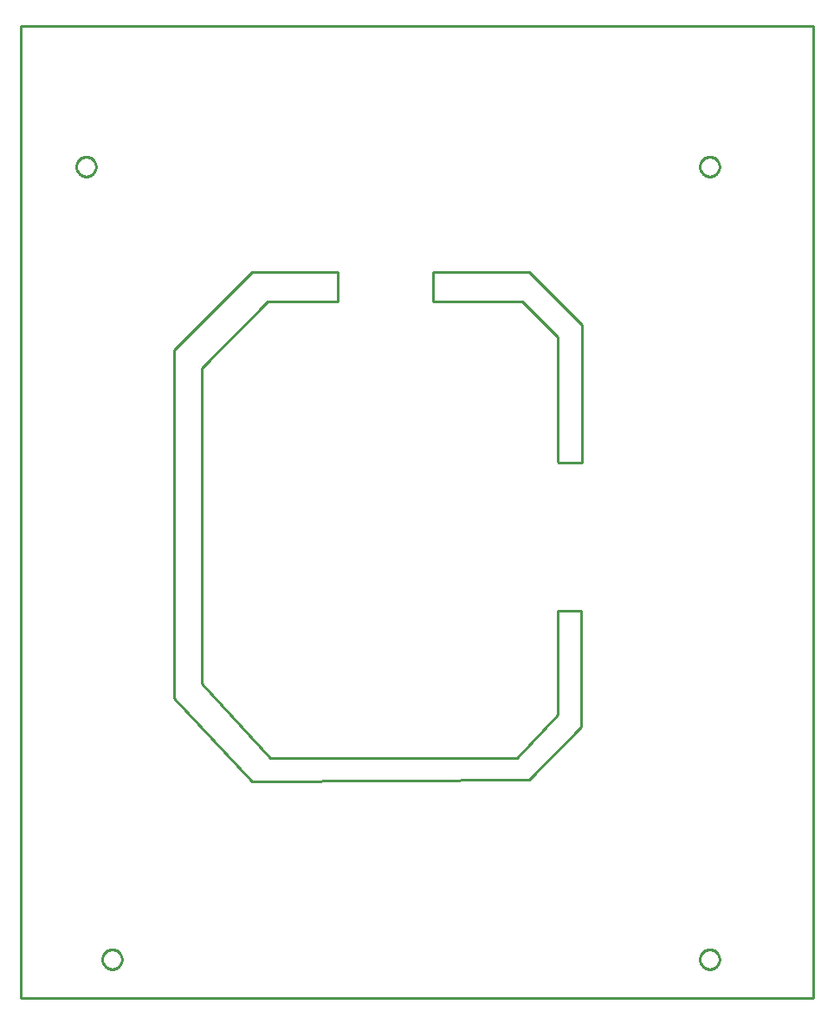
<source format=gbr>
G04 EAGLE Gerber RS-274X export*
G75*
%MOMM*%
%FSLAX34Y34*%
%LPD*%
%IN*%
%IPPOS*%
%AMOC8*
5,1,8,0,0,1.08239X$1,22.5*%
G01*
%ADD10C,0.254000*%


D10*
X0Y0D02*
X774500Y0D01*
X774500Y950470D01*
X0Y950470D01*
X0Y0D01*
X402590Y680720D02*
X490220Y680720D01*
X524510Y646430D01*
X524510Y524510D01*
X525780Y523240D01*
X548640Y523240D01*
X548640Y657860D01*
X496570Y709930D01*
X402590Y709930D01*
X402590Y680720D01*
X149860Y293370D02*
X226060Y212090D01*
X496570Y213360D01*
X547370Y265430D01*
X547370Y378460D01*
X524510Y378460D01*
X524510Y276860D01*
X485140Y234950D01*
X243840Y234950D01*
X176530Y307340D01*
X176530Y615950D01*
X241300Y680720D01*
X309880Y680720D01*
X309880Y709930D01*
X226060Y709930D01*
X149860Y633730D01*
X149860Y293370D01*
X98425Y37684D02*
X98353Y36856D01*
X98208Y36036D01*
X97993Y35233D01*
X97708Y34451D01*
X97357Y33698D01*
X96941Y32977D01*
X96464Y32296D01*
X95929Y31659D01*
X95341Y31071D01*
X94704Y30536D01*
X94023Y30059D01*
X93302Y29643D01*
X92549Y29292D01*
X91767Y29007D01*
X90964Y28792D01*
X90144Y28648D01*
X89316Y28575D01*
X88484Y28575D01*
X87656Y28648D01*
X86836Y28792D01*
X86033Y29007D01*
X85251Y29292D01*
X84498Y29643D01*
X83777Y30059D01*
X83096Y30536D01*
X82459Y31071D01*
X81871Y31659D01*
X81336Y32296D01*
X80859Y32977D01*
X80443Y33698D01*
X80092Y34451D01*
X79807Y35233D01*
X79592Y36036D01*
X79448Y36856D01*
X79375Y37684D01*
X79375Y38516D01*
X79448Y39344D01*
X79592Y40164D01*
X79807Y40967D01*
X80092Y41749D01*
X80443Y42502D01*
X80859Y43223D01*
X81336Y43904D01*
X81871Y44541D01*
X82459Y45129D01*
X83096Y45664D01*
X83777Y46141D01*
X84498Y46557D01*
X85251Y46908D01*
X86033Y47193D01*
X86836Y47408D01*
X87656Y47553D01*
X88484Y47625D01*
X89316Y47625D01*
X90144Y47553D01*
X90964Y47408D01*
X91767Y47193D01*
X92549Y46908D01*
X93302Y46557D01*
X94023Y46141D01*
X94704Y45664D01*
X95341Y45129D01*
X95929Y44541D01*
X96464Y43904D01*
X96941Y43223D01*
X97357Y42502D01*
X97708Y41749D01*
X97993Y40967D01*
X98208Y40164D01*
X98353Y39344D01*
X98425Y38516D01*
X98425Y37684D01*
X682625Y37684D02*
X682553Y36856D01*
X682408Y36036D01*
X682193Y35233D01*
X681908Y34451D01*
X681557Y33698D01*
X681141Y32977D01*
X680664Y32296D01*
X680129Y31659D01*
X679541Y31071D01*
X678904Y30536D01*
X678223Y30059D01*
X677502Y29643D01*
X676749Y29292D01*
X675967Y29007D01*
X675164Y28792D01*
X674344Y28648D01*
X673516Y28575D01*
X672684Y28575D01*
X671856Y28648D01*
X671036Y28792D01*
X670233Y29007D01*
X669451Y29292D01*
X668698Y29643D01*
X667977Y30059D01*
X667296Y30536D01*
X666659Y31071D01*
X666071Y31659D01*
X665536Y32296D01*
X665059Y32977D01*
X664643Y33698D01*
X664292Y34451D01*
X664007Y35233D01*
X663792Y36036D01*
X663648Y36856D01*
X663575Y37684D01*
X663575Y38516D01*
X663648Y39344D01*
X663792Y40164D01*
X664007Y40967D01*
X664292Y41749D01*
X664643Y42502D01*
X665059Y43223D01*
X665536Y43904D01*
X666071Y44541D01*
X666659Y45129D01*
X667296Y45664D01*
X667977Y46141D01*
X668698Y46557D01*
X669451Y46908D01*
X670233Y47193D01*
X671036Y47408D01*
X671856Y47553D01*
X672684Y47625D01*
X673516Y47625D01*
X674344Y47553D01*
X675164Y47408D01*
X675967Y47193D01*
X676749Y46908D01*
X677502Y46557D01*
X678223Y46141D01*
X678904Y45664D01*
X679541Y45129D01*
X680129Y44541D01*
X680664Y43904D01*
X681141Y43223D01*
X681557Y42502D01*
X681908Y41749D01*
X682193Y40967D01*
X682408Y40164D01*
X682553Y39344D01*
X682625Y38516D01*
X682625Y37684D01*
X682625Y812384D02*
X682553Y811556D01*
X682408Y810736D01*
X682193Y809933D01*
X681908Y809151D01*
X681557Y808398D01*
X681141Y807677D01*
X680664Y806996D01*
X680129Y806359D01*
X679541Y805771D01*
X678904Y805236D01*
X678223Y804759D01*
X677502Y804343D01*
X676749Y803992D01*
X675967Y803707D01*
X675164Y803492D01*
X674344Y803348D01*
X673516Y803275D01*
X672684Y803275D01*
X671856Y803348D01*
X671036Y803492D01*
X670233Y803707D01*
X669451Y803992D01*
X668698Y804343D01*
X667977Y804759D01*
X667296Y805236D01*
X666659Y805771D01*
X666071Y806359D01*
X665536Y806996D01*
X665059Y807677D01*
X664643Y808398D01*
X664292Y809151D01*
X664007Y809933D01*
X663792Y810736D01*
X663648Y811556D01*
X663575Y812384D01*
X663575Y813216D01*
X663648Y814044D01*
X663792Y814864D01*
X664007Y815667D01*
X664292Y816449D01*
X664643Y817202D01*
X665059Y817923D01*
X665536Y818604D01*
X666071Y819241D01*
X666659Y819829D01*
X667296Y820364D01*
X667977Y820841D01*
X668698Y821257D01*
X669451Y821608D01*
X670233Y821893D01*
X671036Y822108D01*
X671856Y822253D01*
X672684Y822325D01*
X673516Y822325D01*
X674344Y822253D01*
X675164Y822108D01*
X675967Y821893D01*
X676749Y821608D01*
X677502Y821257D01*
X678223Y820841D01*
X678904Y820364D01*
X679541Y819829D01*
X680129Y819241D01*
X680664Y818604D01*
X681141Y817923D01*
X681557Y817202D01*
X681908Y816449D01*
X682193Y815667D01*
X682408Y814864D01*
X682553Y814044D01*
X682625Y813216D01*
X682625Y812384D01*
X73025Y812384D02*
X72953Y811556D01*
X72808Y810736D01*
X72593Y809933D01*
X72308Y809151D01*
X71957Y808398D01*
X71541Y807677D01*
X71064Y806996D01*
X70529Y806359D01*
X69941Y805771D01*
X69304Y805236D01*
X68623Y804759D01*
X67902Y804343D01*
X67149Y803992D01*
X66367Y803707D01*
X65564Y803492D01*
X64744Y803348D01*
X63916Y803275D01*
X63084Y803275D01*
X62256Y803348D01*
X61436Y803492D01*
X60633Y803707D01*
X59851Y803992D01*
X59098Y804343D01*
X58377Y804759D01*
X57696Y805236D01*
X57059Y805771D01*
X56471Y806359D01*
X55936Y806996D01*
X55459Y807677D01*
X55043Y808398D01*
X54692Y809151D01*
X54407Y809933D01*
X54192Y810736D01*
X54048Y811556D01*
X53975Y812384D01*
X53975Y813216D01*
X54048Y814044D01*
X54192Y814864D01*
X54407Y815667D01*
X54692Y816449D01*
X55043Y817202D01*
X55459Y817923D01*
X55936Y818604D01*
X56471Y819241D01*
X57059Y819829D01*
X57696Y820364D01*
X58377Y820841D01*
X59098Y821257D01*
X59851Y821608D01*
X60633Y821893D01*
X61436Y822108D01*
X62256Y822253D01*
X63084Y822325D01*
X63916Y822325D01*
X64744Y822253D01*
X65564Y822108D01*
X66367Y821893D01*
X67149Y821608D01*
X67902Y821257D01*
X68623Y820841D01*
X69304Y820364D01*
X69941Y819829D01*
X70529Y819241D01*
X71064Y818604D01*
X71541Y817923D01*
X71957Y817202D01*
X72308Y816449D01*
X72593Y815667D01*
X72808Y814864D01*
X72953Y814044D01*
X73025Y813216D01*
X73025Y812384D01*
M02*

</source>
